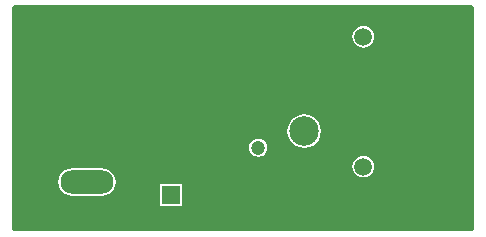
<source format=gbl>
G04*
G04 #@! TF.GenerationSoftware,Altium Limited,Altium NEXUS,4.0.8 (67)*
G04*
G04 Layer_Physical_Order=2*
G04 Layer_Color=16711680*
%FSLAX44Y44*%
%MOMM*%
G71*
G04*
G04 #@! TF.SameCoordinates,A6274CC6-94C6-42B1-B2ED-8DB77C6F39E9*
G04*
G04*
G04 #@! TF.FilePolarity,Positive*
G04*
G01*
G75*
%ADD27C,1.5000*%
%ADD28C,2.5000*%
%ADD29R,1.5000X1.5000*%
%ADD30C,1.2000*%
%ADD31O,2.0000X4.0000*%
%ADD32O,4.0000X2.0000*%
%ADD33O,4.5000X2.0000*%
%ADD34C,0.6000*%
G36*
X652820Y1261180D02*
Y1072820D01*
X651180Y1071180D01*
X262820D01*
X261180Y1072820D01*
Y1261180D01*
X262820Y1262820D01*
X651180D01*
X652820Y1261180D01*
D02*
G37*
%LPC*%
G36*
X559000Y1245179D02*
X556624Y1244866D01*
X554411Y1243949D01*
X552510Y1242490D01*
X551051Y1240589D01*
X550134Y1238376D01*
X549822Y1236000D01*
X550134Y1233624D01*
X551051Y1231411D01*
X552510Y1229510D01*
X554411Y1228051D01*
X556624Y1227134D01*
X559000Y1226822D01*
X561376Y1227134D01*
X563589Y1228051D01*
X565490Y1229510D01*
X566949Y1231411D01*
X567866Y1233624D01*
X568178Y1236000D01*
X567866Y1238376D01*
X566949Y1240589D01*
X565490Y1242490D01*
X563589Y1243949D01*
X561376Y1244866D01*
X559000Y1245179D01*
D02*
G37*
G36*
X509000Y1170222D02*
X505319Y1169737D01*
X501889Y1168316D01*
X498944Y1166056D01*
X496684Y1163111D01*
X495263Y1159681D01*
X494778Y1156000D01*
X495263Y1152319D01*
X496684Y1148889D01*
X498944Y1145944D01*
X501889Y1143684D01*
X505319Y1142263D01*
X509000Y1141778D01*
X512681Y1142263D01*
X516111Y1143684D01*
X519056Y1145944D01*
X521316Y1148889D01*
X522737Y1152319D01*
X523222Y1156000D01*
X522737Y1159681D01*
X521316Y1163111D01*
X519056Y1166056D01*
X516111Y1168316D01*
X512681Y1169737D01*
X509000Y1170222D01*
D02*
G37*
G36*
X470000Y1149666D02*
X468016Y1149404D01*
X466167Y1148639D01*
X464580Y1147420D01*
X463362Y1145833D01*
X462596Y1143984D01*
X462335Y1142000D01*
X462596Y1140016D01*
X463362Y1138167D01*
X464580Y1136580D01*
X466167Y1135361D01*
X468016Y1134596D01*
X470000Y1134334D01*
X471984Y1134596D01*
X473833Y1135361D01*
X475420Y1136580D01*
X476639Y1138167D01*
X477404Y1140016D01*
X477666Y1142000D01*
X477404Y1143984D01*
X476639Y1145833D01*
X475420Y1147420D01*
X473833Y1148639D01*
X471984Y1149404D01*
X470000Y1149666D01*
D02*
G37*
G36*
X559000Y1135179D02*
X556624Y1134866D01*
X554411Y1133949D01*
X552510Y1132490D01*
X551051Y1130589D01*
X550134Y1128376D01*
X549822Y1126000D01*
X550134Y1123624D01*
X551051Y1121411D01*
X552510Y1119510D01*
X554411Y1118051D01*
X556624Y1117134D01*
X559000Y1116822D01*
X561376Y1117134D01*
X563589Y1118051D01*
X565490Y1119510D01*
X566949Y1121411D01*
X567866Y1123624D01*
X568178Y1126000D01*
X567866Y1128376D01*
X566949Y1130589D01*
X565490Y1132490D01*
X563589Y1133949D01*
X561376Y1134866D01*
X559000Y1135179D01*
D02*
G37*
G36*
X337500Y1124700D02*
X312500D01*
X309472Y1124301D01*
X306650Y1123133D01*
X304227Y1121273D01*
X302367Y1118850D01*
X301199Y1116028D01*
X300800Y1113000D01*
X301199Y1109972D01*
X302367Y1107150D01*
X304227Y1104727D01*
X306650Y1102867D01*
X309472Y1101699D01*
X312500Y1101300D01*
X337500D01*
X340528Y1101699D01*
X343350Y1102867D01*
X345773Y1104727D01*
X347633Y1107150D01*
X348801Y1109972D01*
X349200Y1113000D01*
X348801Y1116028D01*
X347633Y1118850D01*
X345773Y1121273D01*
X343350Y1123133D01*
X340528Y1124301D01*
X337500Y1124700D01*
D02*
G37*
G36*
X405100Y1111100D02*
X386900D01*
Y1092900D01*
X405100D01*
Y1111100D01*
D02*
G37*
%LPD*%
D27*
X559000Y1126000D02*
D03*
Y1236000D02*
D03*
X416000Y1102000D02*
D03*
D28*
X509000Y1156000D02*
D03*
Y1206000D02*
D03*
D29*
X396000Y1102000D02*
D03*
D30*
X479000Y1192000D02*
D03*
X470000Y1142000D02*
D03*
D31*
X275000Y1145000D02*
D03*
D32*
X325000Y1175000D02*
D03*
D33*
Y1113000D02*
D03*
D34*
X544000Y1216000D02*
D03*
X640000Y1247999D02*
D03*
Y1232000D02*
D03*
Y1216000D02*
D03*
Y1199999D02*
D03*
Y1183999D02*
D03*
Y1167999D02*
D03*
Y1152000D02*
D03*
Y1136000D02*
D03*
Y1119999D02*
D03*
Y1103999D02*
D03*
Y1088000D02*
D03*
X624000Y1247999D02*
D03*
Y1232000D02*
D03*
Y1216000D02*
D03*
Y1199999D02*
D03*
Y1183999D02*
D03*
Y1167999D02*
D03*
Y1152000D02*
D03*
Y1136000D02*
D03*
Y1119999D02*
D03*
Y1103999D02*
D03*
Y1088000D02*
D03*
X608000Y1247999D02*
D03*
Y1232000D02*
D03*
Y1216000D02*
D03*
Y1199999D02*
D03*
Y1183999D02*
D03*
Y1167999D02*
D03*
Y1152000D02*
D03*
Y1136000D02*
D03*
Y1119999D02*
D03*
Y1103999D02*
D03*
Y1088000D02*
D03*
X592000Y1247999D02*
D03*
Y1232000D02*
D03*
Y1216000D02*
D03*
Y1199999D02*
D03*
Y1183999D02*
D03*
Y1167999D02*
D03*
Y1152000D02*
D03*
Y1136000D02*
D03*
Y1119999D02*
D03*
Y1103999D02*
D03*
Y1088000D02*
D03*
X576000Y1247999D02*
D03*
Y1232000D02*
D03*
Y1216000D02*
D03*
Y1199999D02*
D03*
Y1183999D02*
D03*
Y1167999D02*
D03*
Y1152000D02*
D03*
Y1136000D02*
D03*
Y1119999D02*
D03*
Y1103999D02*
D03*
Y1088000D02*
D03*
X560000Y1216000D02*
D03*
Y1199999D02*
D03*
Y1183999D02*
D03*
Y1167999D02*
D03*
Y1152000D02*
D03*
Y1103999D02*
D03*
Y1088000D02*
D03*
X544000Y1247999D02*
D03*
Y1232000D02*
D03*
Y1199999D02*
D03*
Y1183999D02*
D03*
Y1167999D02*
D03*
Y1152000D02*
D03*
Y1136000D02*
D03*
Y1119999D02*
D03*
Y1103999D02*
D03*
Y1088000D02*
D03*
X528000Y1247999D02*
D03*
Y1232000D02*
D03*
Y1216000D02*
D03*
Y1199999D02*
D03*
Y1183999D02*
D03*
Y1119999D02*
D03*
Y1103999D02*
D03*
Y1088000D02*
D03*
X512000Y1247999D02*
D03*
Y1232000D02*
D03*
Y1183999D02*
D03*
Y1119999D02*
D03*
Y1103999D02*
D03*
Y1088000D02*
D03*
X496000Y1247999D02*
D03*
Y1232000D02*
D03*
Y1183999D02*
D03*
Y1119999D02*
D03*
Y1103999D02*
D03*
Y1088000D02*
D03*
X480000Y1247999D02*
D03*
Y1232000D02*
D03*
Y1216000D02*
D03*
Y1119999D02*
D03*
Y1103999D02*
D03*
Y1088000D02*
D03*
X464000Y1247999D02*
D03*
Y1232000D02*
D03*
Y1216000D02*
D03*
Y1199999D02*
D03*
Y1183999D02*
D03*
Y1119999D02*
D03*
Y1103999D02*
D03*
Y1088000D02*
D03*
X448000Y1119999D02*
D03*
Y1103999D02*
D03*
Y1088000D02*
D03*
X432000Y1119999D02*
D03*
Y1103999D02*
D03*
Y1088000D02*
D03*
X416000Y1167999D02*
D03*
Y1152000D02*
D03*
Y1136000D02*
D03*
Y1119999D02*
D03*
Y1088000D02*
D03*
X384000Y1247999D02*
D03*
Y1232000D02*
D03*
Y1216000D02*
D03*
Y1199999D02*
D03*
Y1183999D02*
D03*
X368000Y1247999D02*
D03*
Y1232000D02*
D03*
Y1216000D02*
D03*
Y1199999D02*
D03*
Y1183999D02*
D03*
Y1167999D02*
D03*
Y1152000D02*
D03*
Y1136000D02*
D03*
X352000Y1247999D02*
D03*
Y1232000D02*
D03*
Y1216000D02*
D03*
Y1199999D02*
D03*
Y1183999D02*
D03*
Y1167999D02*
D03*
Y1152000D02*
D03*
Y1136000D02*
D03*
X336000Y1247999D02*
D03*
Y1232000D02*
D03*
Y1216000D02*
D03*
Y1199999D02*
D03*
Y1152000D02*
D03*
Y1136000D02*
D03*
X320000Y1247999D02*
D03*
Y1232000D02*
D03*
Y1216000D02*
D03*
Y1199999D02*
D03*
Y1152000D02*
D03*
Y1136000D02*
D03*
X304000Y1247999D02*
D03*
Y1232000D02*
D03*
Y1216000D02*
D03*
Y1199999D02*
D03*
Y1152000D02*
D03*
Y1136000D02*
D03*
X288000Y1247999D02*
D03*
Y1232000D02*
D03*
Y1216000D02*
D03*
Y1199999D02*
D03*
Y1183999D02*
D03*
Y1167999D02*
D03*
Y1119999D02*
D03*
Y1103999D02*
D03*
Y1088000D02*
D03*
X272000Y1247999D02*
D03*
Y1232000D02*
D03*
Y1216000D02*
D03*
Y1199999D02*
D03*
Y1183999D02*
D03*
Y1119999D02*
D03*
Y1103999D02*
D03*
Y1088000D02*
D03*
X410000Y1190000D02*
D03*
X401000Y1190000D02*
D03*
X401000Y1199000D02*
D03*
X401000Y1208000D02*
D03*
X410000Y1199000D02*
D03*
X410000Y1208000D02*
D03*
X419000Y1190000D02*
D03*
X419000Y1199000D02*
D03*
X428000Y1190000D02*
D03*
X428000Y1199000D02*
D03*
X437000Y1190000D02*
D03*
X437000Y1199000D02*
D03*
X437000Y1208000D02*
D03*
X437000Y1244000D02*
D03*
X427955Y1244037D02*
D03*
X419000Y1244000D02*
D03*
X410000Y1244000D02*
D03*
X401000Y1244000D02*
D03*
X401000Y1235000D02*
D03*
X401000Y1226000D02*
D03*
X401000Y1217000D02*
D03*
X437000Y1235000D02*
D03*
X437000Y1226000D02*
D03*
X427955Y1235037D02*
D03*
X419000Y1235000D02*
D03*
X410000Y1235000D02*
D03*
X410000Y1226000D02*
D03*
X427955Y1226037D02*
D03*
X437000Y1217000D02*
D03*
X428000Y1208000D02*
D03*
X419000Y1208000D02*
D03*
X410000Y1217000D02*
D03*
X419000Y1226000D02*
D03*
X428000Y1217000D02*
D03*
X419000Y1217000D02*
D03*
M02*

</source>
